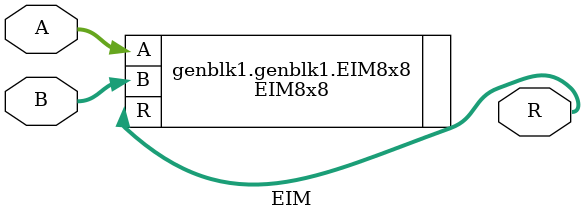
<source format=v>


// Company: iCAS Lab, University of South Carolina
// Engineer: Mohammed E. Elbtity
// Create Date: 06/26/2023 03:32:37 AM
// Design Name: 
// Module Name: EIM
// Project Name: 
// Target Devices: 
// Tool Versions: 
// Description: 
// 
// Dependencies: 
// 
// Revision:
// Revision 0.01 - File Created
// Additional Comments:
// 
//////////////////////////////////////////////////////////////////////////////////

`timescale 1ns / 1ps

module EIM #(parameter DW=8, WW=8, max_bw = (DW>WW)? DW:WW)
( 
  input    [DW-1:0] 	 A,
  input    [WW-1:0]      B, 
  output   [(DW+WW)-1:0] R         
) ;

 
generate  
    if(max_bw == 'd4)

	   EIM4x4 EIM4x4(.A(A),.B(B),.R(R));
    
    else if(max_bw == 'd8)

	   EIM8x8 EIM8x8(.A(A),.B(B),.R(R));
	 
	else if(max_bw == 'd16)

	   EIM16x16 EIM16x16(.A(A),.B(B),.R(R));
	   
	else if(max_bw == 'd32)
       
        EIM32x32 EIM32x32(.A(A),.B(B),.R(R));
            
	 
	 
endgenerate

endmodule

</source>
